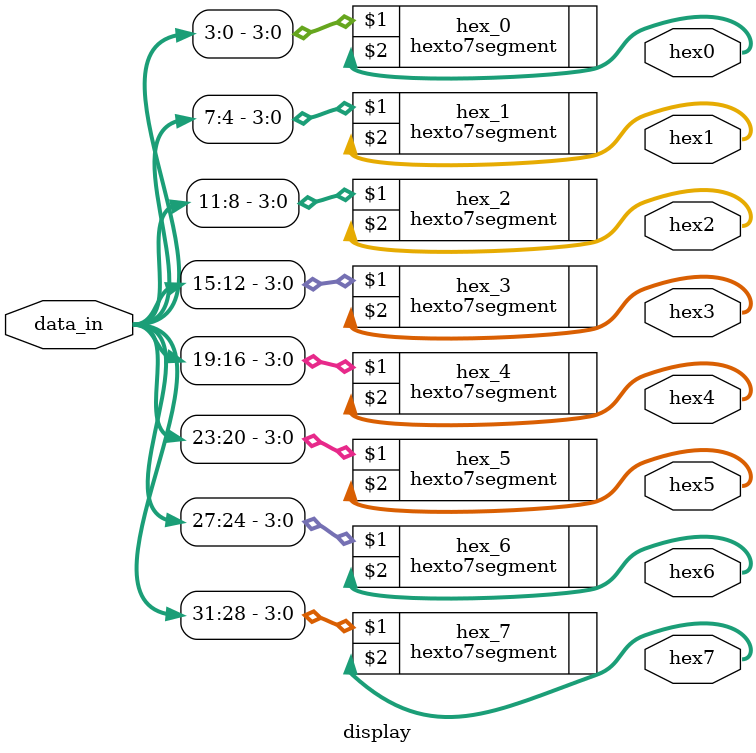
<source format=v>
module display(hex0,hex1,hex2,hex3,hex4,hex5,hex6,hex7,data_in);
input [31:0] data_in;
output [3:0] hex0;
output [3:0] hex1;
output [3:0] hex2;
output [3:0] hex3;
output [3:0] hex4;
output [3:0] hex5;
output [3:0] hex6;
output [3:0] hex7;

hexto7segment hex_0(data_in[3:0],hex0);
hexto7segment hex_1(data_in[7:4],hex1);
hexto7segment hex_2(data_in[11:8],hex2);
hexto7segment hex_3(data_in[15:12],hex3);
hexto7segment hex_4(data_in[19:16],hex4);
hexto7segment hex_5(data_in[23:20],hex5);
hexto7segment hex_6(data_in[27:24],hex6);
hexto7segment hex_7(data_in[31:28],hex7);
endmodule
</source>
